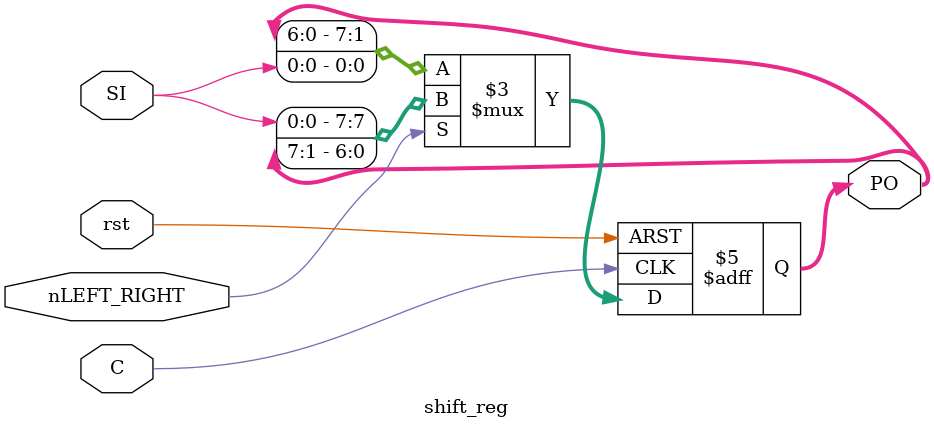
<source format=v>
module shift_reg(C, SI, nLEFT_RIGHT, rst, PO);
    input C, SI, nLEFT_RIGHT, rst;
    output reg [7:0] PO;

    always @(posedge C or posedge rst) begin
        if(rst)
            PO <= 0;
        else if (nLEFT_RIGHT)
            PO <= {SI, PO[7:1]};
        else
            PO <= {PO[6:0], SI};
    end

endmodule
</source>
